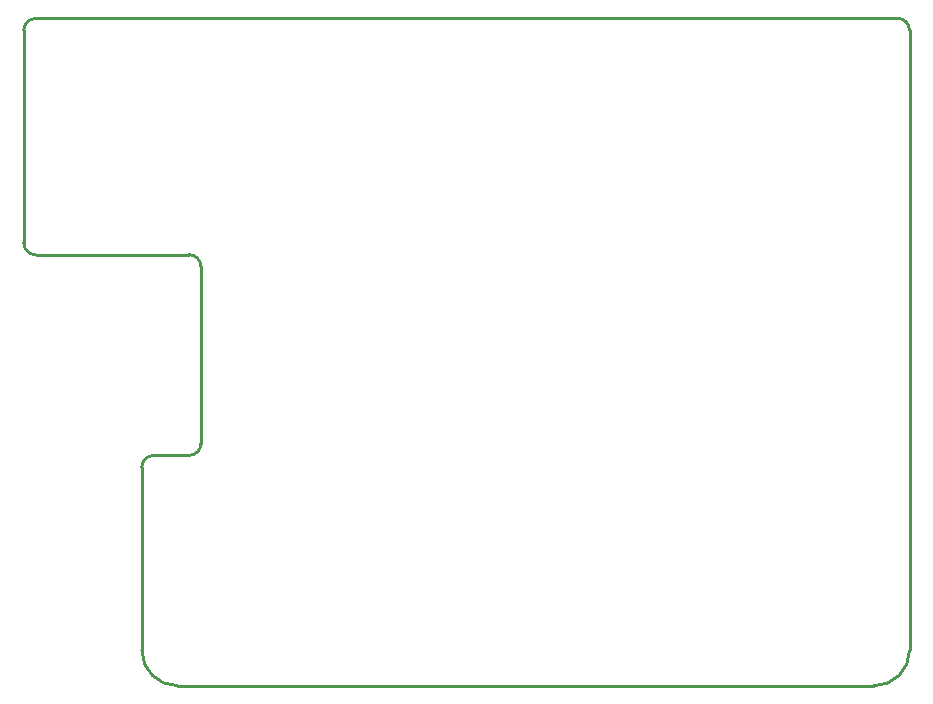
<source format=gbp>
G04*
G04 #@! TF.GenerationSoftware,Altium Limited,Altium Designer,21.1.1 (26)*
G04*
G04 Layer_Color=128*
%FSAX25Y25*%
%MOIN*%
G70*
G04*
G04 #@! TF.SameCoordinates,385E19C8-3E5E-4D6B-97ED-1EBFA2F8C446*
G04*
G04*
G04 #@! TF.FilePolarity,Positive*
G04*
G01*
G75*
%ADD15C,0.01000*%
D15*
X-0035433Y0222441D02*
G03*
X-0039370Y0218504I0000000J-0003937D01*
G01*
X0255906D02*
G03*
X0251969Y0222441I-0003937J0000000D01*
G01*
X0000000Y0011811D02*
G03*
X0011811Y0000000I0011811J0000000D01*
G01*
X0244094D02*
G03*
X0255906Y0011811I0000000J0011811D01*
G01*
X0019685Y0139764D02*
G03*
X0015748Y0143701I-0003937J0000000D01*
G01*
X0003937Y0076772D02*
G03*
X0000000Y0072835I0000000J-0003937D01*
G01*
X-0039370Y0147638D02*
G03*
X-0035433Y0143701I0003937J0000000D01*
G01*
X0015748Y0076772D02*
G03*
X0019685Y0080709I0000000J0003937D01*
G01*
X0255906Y0011811D02*
Y0218504D01*
X-0035433Y0222441D02*
X0251969D01*
X-0039370Y0147638D02*
Y0218504D01*
X-0035433Y0143701D02*
X0015748D01*
X0000000Y0011811D02*
Y0072835D01*
X0011811Y0000000D02*
X0244094D01*
X0019685Y0080709D02*
Y0139764D01*
X0003937Y0076772D02*
X0015748D01*
M02*

</source>
